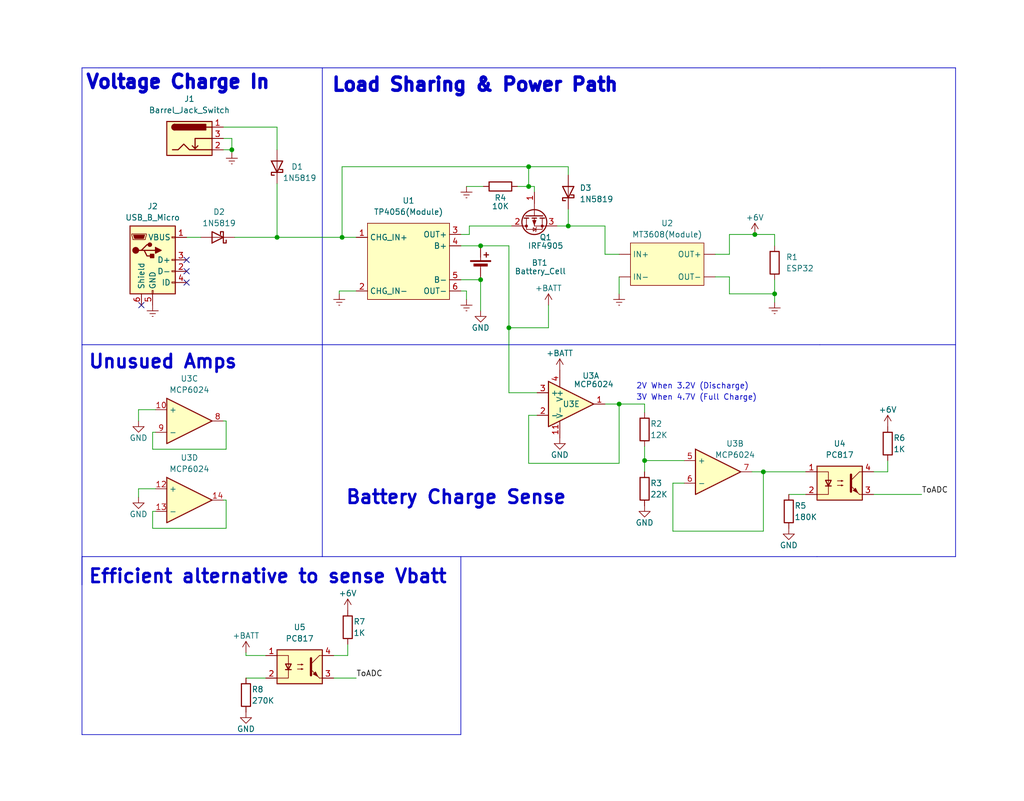
<source format=kicad_sch>
(kicad_sch (version 20230121) (generator eeschema)
  (paper "User" 229.997 180.01)
  (title_block (title "Power Mangment for ESP32") (date "2023-11-02") (rev "A1") (company "Pedro Rojo") (comment 1 "ITM"))
  (lib_symbols
    (symbol "Connector:Barrel_Jack_Switch" (pin_names hide)
      (property "Reference" "J" (at 0 5.334 0))
      (property "Value" "Barrel_Jack_Switch" (at 0 -5.08 0))
      (symbol "Barrel_Jack_Switch_0_1"
        (rectangle (start -5.08 3.81) (end 5.08 -3.81) (stroke (width 0.254)) (fill (type background)))
        (arc (start -3.302 3.175) (mid -3.9343 2.54) (end -3.302 1.905) (stroke (width 0.254)))
        (arc (start -3.302 3.175) (mid -3.9343 2.54) (end -3.302 1.905) (stroke (width 0.254)) (fill (type outline)))
        (polyline (pts (xy 1.27 -2.286) (xy 1.905 -1.651)) (stroke (width 0.254)))
        (polyline (pts (xy 5.08 2.54) (xy 3.81 2.54)) (stroke (width 0.254)))
        (polyline (pts (xy 5.08 0) (xy 1.27 0) (xy 1.27 -2.286) (xy 0.635 -1.651)) (stroke (width 0.254)))
        (polyline (pts (xy -3.81 -2.54) (xy -2.54 -2.54) (xy -1.27 -1.27) (xy 0 -2.54) (xy 2.54 -2.54) (xy 5.08 -2.54)) (stroke (width 0.254)))
        (rectangle (start 3.683 3.175) (end -3.302 1.905) (stroke (width 0.254)) (fill (type outline)))
      )
      (symbol "Barrel_Jack_Switch_1_1"
        (pin passive line (at 7.62 2.54 180) (length 2.54) (name "~") (number "1"))
        (pin passive line (at 7.62 -2.54 180) (length 2.54) (name "~") (number "2"))
        (pin passive line (at 7.62 0 180) (length 2.54) (name "~") (number "3"))
      )
    )
    (symbol "Connector:USB_B_Micro" (pin_names (offset 1.016))
      (property "Reference" "J" (at -5.08 11.43 0))
      (property "Value" "USB_B_Micro" (at -5.08 8.89 0))
      (symbol "USB_B_Micro_0_1"
        (rectangle (start -5.08 -7.62) (end 5.08 7.62) (stroke (width 0.254)) (fill (type background)))
        (circle (center -3.81 2.159) (radius 0.635) (stroke (width 0.254)) (fill (type outline)))
        (circle (center -0.635 3.429) (radius 0.381) (stroke (width 0.254)) (fill (type outline)))
        (rectangle (start -0.127 -7.62) (end 0.127 -6.858))
        (polyline (pts (xy -1.905 2.159) (xy 0.635 2.159)) (stroke (width 0.254)))
        (polyline (pts (xy -3.175 2.159) (xy -2.54 2.159) (xy -1.27 3.429) (xy -0.635 3.429)) (stroke (width 0.254)))
        (polyline (pts (xy -2.54 2.159) (xy -1.905 2.159) (xy -1.27 0.889) (xy 0 0.889)) (stroke (width 0.254)))
        (polyline (pts (xy 0.635 2.794) (xy 0.635 1.524) (xy 1.905 2.159) (xy 0.635 2.794)) (stroke (width 0.254)) (fill (type outline)))
        (polyline (pts (xy -4.318 5.588) (xy -1.778 5.588) (xy -2.032 4.826) (xy -4.064 4.826) (xy -4.318 5.588)) (fill (type outline)))
        (polyline (pts (xy -4.699 5.842) (xy -4.699 5.588) (xy -4.445 4.826) (xy -4.445 4.572) (xy -1.651 4.572) (xy -1.651 4.826) (xy -1.397 5.588) (xy -1.397 5.842) (xy -4.699 5.842)))
        (rectangle (start 0.254 1.27) (end -0.508 0.508) (stroke (width 0.254)) (fill (type outline)))
        (rectangle (start 5.08 -5.207) (end 4.318 -4.953))
        (rectangle (start 5.08 -2.667) (end 4.318 -2.413))
        (rectangle (start 5.08 -0.127) (end 4.318 0.127))
        (rectangle (start 5.08 4.953) (end 4.318 5.207))
      )
      (symbol "USB_B_Micro_1_1"
        (pin power_out line (at 7.62 5.08 180) (length 2.54) (name "VBUS") (number "1"))
        (pin bidirectional line (at 7.62 -2.54 180) (length 2.54) (name "D-") (number "2"))
        (pin bidirectional line (at 7.62 0 180) (length 2.54) (name "D+") (number "3"))
        (pin passive line (at 7.62 -5.08 180) (length 2.54) (name "ID") (number "4"))
        (pin power_out line (at 0 -10.16 90) (length 2.54) (name "GND") (number "5"))
        (pin passive line (at -2.54 -10.16 90) (length 2.54) (name "Shield") (number "6"))
      )
    )
    (symbol "Device:Battery_Cell" (pin_numbers hide) (pin_names (offset 0) hide)
      (property "Reference" "BT" (at 2.54 2.54 0))
      (property "Value" "Battery_Cell" (at 2.54 0 0))
      (symbol "Battery_Cell_0_1"
        (rectangle (start -2.286 1.778) (end 2.286 1.524) (fill (type outline)))
        (rectangle (start -1.524 1.016) (end 1.524 0.508) (fill (type outline)))
        (polyline (pts (xy 0 0.762) (xy 0 0)))
        (polyline (pts (xy 0 1.778) (xy 0 2.54)))
        (polyline (pts (xy 0.762 3.048) (xy 1.778 3.048)) (stroke (width 0.254)))
        (polyline (pts (xy 1.27 3.556) (xy 1.27 2.54)) (stroke (width 0.254)))
      )
      (symbol "Battery_Cell_1_1"
        (pin passive line (at 0 5.08 270) (length 2.54) (name "+") (number "1"))
        (pin passive line (at 0 -2.54 90) (length 2.54) (name "-") (number "2"))
      )
    )
    (symbol "Device:Opamp_Quad"
      (property "Reference" "U" (at 0 5.08 0))
      (property "Value" "Opamp_Quad" (at 0 -5.08 0))
      (symbol "Opamp_Quad_1_1"
        (polyline (pts (xy -5.08 5.08) (xy 5.08 0) (xy -5.08 -5.08) (xy -5.08 5.08)) (stroke (width 0.254)) (fill (type background)))
        (pin output line (at 7.62 0 180) (length 2.54) (name "~") (number "1"))
        (pin input line (at -7.62 -2.54 0) (length 2.54) (name "-") (number "2"))
        (pin input line (at -7.62 2.54 0) (length 2.54) (name "+") (number "3"))
      )
      (symbol "Opamp_Quad_2_1"
        (polyline (pts (xy -5.08 5.08) (xy 5.08 0) (xy -5.08 -5.08) (xy -5.08 5.08)) (stroke (width 0.254)) (fill (type background)))
        (pin input line (at -7.62 2.54 0) (length 2.54) (name "+") (number "5"))
        (pin input line (at -7.62 -2.54 0) (length 2.54) (name "-") (number "6"))
        (pin output line (at 7.62 0 180) (length 2.54) (name "~") (number "7"))
      )
      (symbol "Opamp_Quad_3_1"
        (polyline (pts (xy -5.08 5.08) (xy 5.08 0) (xy -5.08 -5.08) (xy -5.08 5.08)) (stroke (width 0.254)) (fill (type background)))
        (pin input line (at -7.62 2.54 0) (length 2.54) (name "+") (number "10"))
        (pin output line (at 7.62 0 180) (length 2.54) (name "~") (number "8"))
        (pin input line (at -7.62 -2.54 0) (length 2.54) (name "-") (number "9"))
      )
      (symbol "Opamp_Quad_4_1"
        (polyline (pts (xy -5.08 5.08) (xy 5.08 0) (xy -5.08 -5.08) (xy -5.08 5.08)) (stroke (width 0.254)) (fill (type background)))
        (pin input line (at -7.62 2.54 0) (length 2.54) (name "+") (number "12"))
        (pin input line (at -7.62 -2.54 0) (length 2.54) (name "-") (number "13"))
        (pin output line (at 7.62 0 180) (length 2.54) (name "~") (number "14"))
      )
      (symbol "Opamp_Quad_5_1"
        (pin power_in line (at -2.54 -7.62 90) (length 3.81) (name "V-") (number "11"))
        (pin power_in line (at -2.54 7.62 270) (length 3.81) (name "V+") (number "4"))
      )
    )
    (symbol "Device:R" (pin_numbers hide) (pin_names (offset 0))
      (property "Reference" "R" (at 2.032 0 90))
      (property "Value" "R" (at 0 0 90))
      (symbol "R_0_1"
        (rectangle (start -1.016 -2.54) (end 1.016 2.54) (stroke (width 0.254)))
      )
      (symbol "R_1_1"
        (pin passive line (at 0 3.81 270) (length 1.27) (name "~") (number "1"))
        (pin passive line (at 0 -3.81 90) (length 1.27) (name "~") (number "2"))
      )
    )
    (symbol "Diode:1N5819" (pin_numbers hide) (pin_names (offset 1.016) hide)
      (property "Reference" "D" (at 0 2.54 0))
      (property "Value" "1N5819" (at 0 -2.54 0))
      (symbol "1N5819_0_1"
        (polyline (pts (xy 1.27 0) (xy -1.27 0)))
        (polyline (pts (xy 1.27 1.27) (xy 1.27 -1.27) (xy -1.27 0) (xy 1.27 1.27)) (stroke (width 0.254)))
        (polyline (pts (xy -1.905 0.635) (xy -1.905 1.27) (xy -1.27 1.27) (xy -1.27 -1.27) (xy -0.635 -1.27) (xy -0.635 -0.635)) (stroke (width 0.254)))
      )
      (symbol "1N5819_1_1"
        (pin passive line (at -3.81 0 0) (length 2.54) (name "K") (number "1"))
        (pin passive line (at 3.81 0 180) (length 2.54) (name "A") (number "2"))
      )
    )
    (symbol "Isolator:PC817" (pin_names (offset 1.016))
      (property "Reference" "U" (at -5.08 5.08 0))
      (property "Value" "PC817" (at 0 5.08 0))
      (symbol "PC817_0_1"
        (rectangle (start -5.08 3.81) (end 5.08 -3.81) (stroke (width 0.254)) (fill (type background)))
        (polyline (pts (xy -3.175 -0.635) (xy -1.905 -0.635)) (stroke (width 0.254)))
        (polyline (pts (xy 2.54 0.635) (xy 4.445 2.54)))
        (polyline (pts (xy 4.445 -2.54) (xy 2.54 -0.635)) (fill (type outline)))
        (polyline (pts (xy 4.445 -2.54) (xy 5.08 -2.54)))
        (polyline (pts (xy 4.445 2.54) (xy 5.08 2.54)))
        (polyline (pts (xy -5.08 2.54) (xy -2.54 2.54) (xy -2.54 -0.635)))
        (polyline (pts (xy -2.54 -0.635) (xy -2.54 -2.54) (xy -5.08 -2.54)))
        (polyline (pts (xy 2.54 1.905) (xy 2.54 -1.905) (xy 2.54 -1.905)) (stroke (width 0.508)))
        (polyline (pts (xy -2.54 -0.635) (xy -3.175 0.635) (xy -1.905 0.635) (xy -2.54 -0.635)) (stroke (width 0.254)))
        (polyline (pts (xy -0.508 -0.508) (xy 0.762 -0.508) (xy 0.381 -0.635) (xy 0.381 -0.381) (xy 0.762 -0.508)))
        (polyline (pts (xy -0.508 0.508) (xy 0.762 0.508) (xy 0.381 0.381) (xy 0.381 0.635) (xy 0.762 0.508)))
        (polyline (pts (xy 3.048 -1.651) (xy 3.556 -1.143) (xy 4.064 -2.159) (xy 3.048 -1.651) (xy 3.048 -1.651)) (fill (type outline)))
      )
      (symbol "PC817_1_1"
        (pin passive line (at -7.62 2.54 0) (length 2.54) (name "~") (number "1"))
        (pin passive line (at -7.62 -2.54 0) (length 2.54) (name "~") (number "2"))
        (pin passive line (at 7.62 -2.54 180) (length 2.54) (name "~") (number "3"))
        (pin passive line (at 7.62 2.54 180) (length 2.54) (name "~") (number "4"))
      )
    )
    (symbol "Modulos:MT3608(Module)"
      (property "Reference" "U" (at 0 8.89 0))
      (property "Value" "MT3608(Module)" (at 0.635 6.35 0))
      (symbol "MT3608(Module)_1_1"
        (rectangle (start -8.255 4.445) (end 8.255 -5.08) (fill (type background)))
        (pin power_in line (at -10.795 1.905 0) (length 2.54) (name "IN+") (number ""))
        (pin power_in line (at -10.795 -3.175 0) (length 2.54) (name "IN-") (number ""))
        (pin power_in line (at 10.795 1.905 180) (length 2.54) (name "OUT+") (number ""))
        (pin power_in line (at 10.795 -3.175 180) (length 2.54) (name "OUT-") (number ""))
      )
    )
    (symbol "Modulos:TP4056(Module)"
      (property "Reference" "U" (at 0 12.7 0))
      (property "Value" "TP4056(Module)" (at -0.635 10.16 0))
      (symbol "TP4056(Module)_1_1"
        (rectangle (start -9.525 8.89) (end 8.89 -8.255) (fill (type background)))
        (pin power_in line (at -12.065 5.715 0) (length 2.54) (name "CHG_IN+") (number "1"))
        (pin power_in line (at -12.065 -6.35 0) (length 2.54) (name "CHG_IN-") (number "2"))
        (pin power_out line (at 11.43 6.35 180) (length 2.54) (name "OUT+") (number "3"))
        (pin power_in line (at 11.43 3.81 180) (length 2.54) (name "B+") (number "4"))
        (pin power_in line (at 11.43 -3.81 180) (length 2.54) (name "B-") (number "5"))
        (pin power_out line (at 11.43 -6.35 180) (length 2.54) (name "OUT-") (number "6"))
      )
    )
    (symbol "Transistor_FET:IRF4905" (pin_names hide)
      (property "Reference" "Q" (at 5.08 1.905 0))
      (property "Value" "IRF4905" (at 5.08 0 0))
      (symbol "IRF4905_0_1"
        (polyline (pts (xy 0.254 0) (xy -2.54 0)))
        (polyline (pts (xy 0.254 1.905) (xy 0.254 -1.905)) (stroke (width 0.254)))
        (polyline (pts (xy 0.762 -1.27) (xy 0.762 -2.286)) (stroke (width 0.254)))
        (polyline (pts (xy 0.762 0.508) (xy 0.762 -0.508)) (stroke (width 0.254)))
        (polyline (pts (xy 0.762 2.286) (xy 0.762 1.27)) (stroke (width 0.254)))
        (polyline (pts (xy 2.54 2.54) (xy 2.54 1.778)))
        (polyline (pts (xy 2.54 -2.54) (xy 2.54 0) (xy 0.762 0)))
        (polyline (pts (xy 0.762 1.778) (xy 3.302 1.778) (xy 3.302 -1.778) (xy 0.762 -1.778)))
        (polyline (pts (xy 2.286 0) (xy 1.27 0.381) (xy 1.27 -0.381) (xy 2.286 0)) (fill (type outline)))
        (polyline (pts (xy 2.794 -0.508) (xy 2.921 -0.381) (xy 3.683 -0.381) (xy 3.81 -0.254)))
        (polyline (pts (xy 3.302 -0.381) (xy 2.921 0.254) (xy 3.683 0.254) (xy 3.302 -0.381)))
        (circle (center 1.651 0) (radius 2.794) (stroke (width 0.254)))
        (circle (center 2.54 -1.778) (radius 0.254) (fill (type outline)))
        (circle (center 2.54 1.778) (radius 0.254) (fill (type outline)))
      )
      (symbol "IRF4905_1_1"
        (pin input line (at -5.08 0 0) (length 2.54) (name "G") (number "1"))
        (pin passive line (at 2.54 5.08 270) (length 2.54) (name "D") (number "2"))
        (pin passive line (at 2.54 -5.08 90) (length 2.54) (name "S") (number "3"))
      )
    )
    (symbol "power:+6V" (power) (pin_names (offset 0))
      (property "Value" "+6V" (at 0 3.556 0))
      (symbol "+6V_0_1"
        (polyline (pts (xy -0.762 1.27) (xy 0 2.54)))
        (polyline (pts (xy 0 0) (xy 0 2.54)))
        (polyline (pts (xy 0 2.54) (xy 0.762 1.27)))
      )
      (symbol "+6V_1_1"
        (pin power_in line (at 0 0 90) (length 0) hide (name "+6V") (number "1"))
      )
    )
    (symbol "power:+BATT" (power) (pin_names (offset 0))
      (property "Value" "+BATT" (at 0 3.556 0))
      (symbol "+BATT_0_1"
        (polyline (pts (xy -0.762 1.27) (xy 0 2.54)))
        (polyline (pts (xy 0 0) (xy 0 2.54)))
        (polyline (pts (xy 0 2.54) (xy 0.762 1.27)))
      )
      (symbol "+BATT_1_1"
        (pin power_in line (at 0 0 90) (length 0) hide (name "+BATT") (number "1"))
      )
    )
    (symbol "power:Earth" (power) (pin_names (offset 0))
      (symbol "Earth_0_1"
        (polyline (pts (xy -0.635 -1.905) (xy 0.635 -1.905)))
        (polyline (pts (xy -0.127 -2.54) (xy 0.127 -2.54)))
        (polyline (pts (xy 0 -1.27) (xy 0 0)))
        (polyline (pts (xy 1.27 -1.27) (xy -1.27 -1.27)))
      )
      (symbol "Earth_1_1"
        (pin power_in line (at 0 0 270) (length 0) hide (name "Earth") (number "1"))
      )
    )
    (symbol "power:GND" (power) (pin_names (offset 0))
      (property "Value" "GND" (at 0 -3.81 0))
      (symbol "GND_0_1"
        (polyline (pts (xy 0 0) (xy 0 -1.27) (xy 1.27 -1.27) (xy 0 -2.54) (xy -1.27 -1.27) (xy 0 -1.27)))
      )
      (symbol "GND_1_1"
        (pin power_in line (at 0 0 270) (length 0) hide (name "GND") (number "1"))
      )
    )
  )
  (junction (at 139.065 90.805))
  (junction (at 107.95 62.865))
  (junction (at 173.99 66.04))
  (junction (at 169.545 52.705))
  (junction (at 171.45 106.045))
  (junction (at 76.835 53.34))
  (junction (at 118.745 41.91))
  (junction (at 144.78 103.505))
  (junction (at 118.745 37.465))
  (junction (at 107.95 55.245))
  (junction (at 127.635 50.8))
  (junction (at 114.3 73.66))
  (junction (at 52.07 33.655))
  (junction (at 62.23 53.34))
  (no_connect (at 41.91 58.42))
  (no_connect (at 31.75 68.58))
  (no_connect (at 41.91 60.96))
  (no_connect (at 41.91 63.5))
  (wire (pts (xy 151.13 108.585) (xy 151.13 119.38)))
  (wire (pts (xy 127.635 37.465) (xy 118.745 37.465)))
  (wire (pts (xy 107.95 69.85) (xy 107.95 62.865)))
  (polyline (pts (xy 72.39 125.095) (xy 183.515 125.095)))
  (wire (pts (xy 118.745 37.465) (xy 118.745 41.91)))
  (wire (pts (xy 144.78 92.71) (xy 144.78 90.805)))
  (wire (pts (xy 41.91 53.34) (xy 45.085 53.34)))
  (wire (pts (xy 34.29 100.965) (xy 50.8 100.965)))
  (polyline (pts (xy 18.415 125.095) (xy 72.39 125.095)))
  (wire (pts (xy 163.83 57.15) (xy 163.83 52.705)))
  (wire (pts (xy 55.245 147.32) (xy 55.245 146.685)))
  (wire (pts (xy 177.165 111.125) (xy 180.975 111.125)))
  (wire (pts (xy 50.8 94.615) (xy 50.165 94.615)))
  (wire (pts (xy 135.89 57.15) (xy 135.89 50.8)))
  (wire (pts (xy 144.78 103.505) (xy 153.67 103.505)))
  (wire (pts (xy 171.45 119.38) (xy 171.45 106.045)))
  (wire (pts (xy 139.065 66.04) (xy 139.065 62.23)))
  (wire (pts (xy 160.655 62.23) (xy 163.83 62.23)))
  (polyline (pts (xy 72.39 77.47) (xy 18.415 77.47)))
  (wire (pts (xy 34.29 97.155) (xy 34.925 97.155)))
  (wire (pts (xy 151.13 119.38) (xy 171.45 119.38)))
  (wire (pts (xy 135.89 50.8) (xy 127.635 50.8)))
  (wire (pts (xy 171.45 106.045) (xy 180.975 106.045)))
  (wire (pts (xy 31.115 109.855) (xy 31.115 111.76)))
  (wire (pts (xy 120.015 43.18) (xy 120.015 41.91)))
  (wire (pts (xy 62.23 41.275) (xy 62.23 53.34)))
  (wire (pts (xy 76.835 37.465) (xy 118.745 37.465)))
  (wire (pts (xy 163.83 62.23) (xy 163.83 66.04)))
  (wire (pts (xy 103.505 62.865) (xy 107.95 62.865)))
  (wire (pts (xy 196.215 106.045) (xy 199.39 106.045)))
  (wire (pts (xy 50.165 28.575) (xy 62.23 28.575)))
  (wire (pts (xy 173.99 52.705) (xy 173.99 55.245)))
  (wire (pts (xy 114.3 73.66) (xy 123.19 73.66)))
  (wire (pts (xy 127.635 46.99) (xy 127.635 50.8)))
  (wire (pts (xy 123.19 68.58) (xy 123.19 73.66)))
  (wire (pts (xy 103.505 55.245) (xy 107.95 55.245)))
  (wire (pts (xy 114.3 55.245) (xy 107.95 55.245)))
  (polyline (pts (xy 214.63 15.24) (xy 214.63 125.095)))
  (wire (pts (xy 153.67 108.585) (xy 151.13 108.585)))
  (wire (pts (xy 34.29 97.155) (xy 34.29 100.965)))
  (wire (pts (xy 120.65 93.345) (xy 118.745 93.345)))
  (wire (pts (xy 120.015 41.91) (xy 118.745 41.91)))
  (wire (pts (xy 144.78 90.805) (xy 139.065 90.805)))
  (wire (pts (xy 52.07 34.29) (xy 52.07 33.655)))
  (wire (pts (xy 78.105 147.32) (xy 78.105 144.78)))
  (wire (pts (xy 114.3 73.66) (xy 114.3 88.265)))
  (wire (pts (xy 80.01 65.405) (xy 76.2 65.405)))
  (wire (pts (xy 173.99 66.04) (xy 173.99 62.865)))
  (wire (pts (xy 118.745 41.91) (xy 116.205 41.91)))
  (wire (pts (xy 34.925 92.075) (xy 31.115 92.075)))
  (wire (pts (xy 50.165 31.115) (xy 52.07 31.115)))
  (wire (pts (xy 103.505 65.405) (xy 104.775 65.405)))
  (polyline (pts (xy 18.415 165.1) (xy 18.415 125.095)))
  (wire (pts (xy 127.635 37.465) (xy 127.635 39.37)))
  (wire (pts (xy 50.8 112.395) (xy 50.165 112.395)))
  (polyline (pts (xy 184.15 15.24) (xy 214.63 15.24)))
  (wire (pts (xy 34.925 109.855) (xy 31.115 109.855)))
  (wire (pts (xy 74.93 147.32) (xy 78.105 147.32)))
  (wire (pts (xy 34.925 114.935) (xy 34.29 114.935)))
  (wire (pts (xy 59.69 147.32) (xy 55.245 147.32)))
  (wire (pts (xy 173.99 67.945) (xy 173.99 66.04)))
  (wire (pts (xy 114.935 50.8) (xy 105.41 50.8)))
  (wire (pts (xy 76.835 53.34) (xy 80.01 53.34)))
  (polyline (pts (xy 22.225 15.24) (xy 72.39 15.24)))
  (wire (pts (xy 76.835 53.34) (xy 76.835 37.465)))
  (wire (pts (xy 114.3 88.265) (xy 120.65 88.265)))
  (wire (pts (xy 34.29 118.745) (xy 50.8 118.745)))
  (polyline (pts (xy 72.39 15.24) (xy 184.15 15.24)))
  (wire (pts (xy 169.545 52.705) (xy 173.99 52.705)))
  (wire (pts (xy 139.065 104.14) (xy 139.065 90.805)))
  (wire (pts (xy 105.41 50.8) (xy 105.41 52.705)))
  (wire (pts (xy 144.78 103.505) (xy 144.78 106.045)))
  (wire (pts (xy 144.78 100.33) (xy 144.78 103.505)))
  (polyline (pts (xy 103.505 125.095) (xy 103.505 165.1)))
  (wire (pts (xy 50.8 118.745) (xy 50.8 112.395)))
  (wire (pts (xy 139.065 57.15) (xy 135.89 57.15)))
  (polyline (pts (xy 184.15 77.47) (xy 214.63 77.47)))
  (wire (pts (xy 163.83 52.705) (xy 169.545 52.705)))
  (wire (pts (xy 160.655 57.15) (xy 163.83 57.15)))
  (wire (pts (xy 118.745 104.14) (xy 139.065 104.14)))
  (wire (pts (xy 104.775 41.91) (xy 108.585 41.91)))
  (wire (pts (xy 74.93 152.4) (xy 80.01 152.4)))
  (wire (pts (xy 50.8 100.965) (xy 50.8 94.615)))
  (wire (pts (xy 127.635 50.8) (xy 125.095 50.8)))
  (wire (pts (xy 34.29 114.935) (xy 34.29 118.745)))
  (wire (pts (xy 55.245 152.4) (xy 59.69 152.4)))
  (polyline (pts (xy 18.415 15.24) (xy 22.225 15.24)))
  (polyline (pts (xy 72.39 15.24) (xy 72.39 77.47)))
  (wire (pts (xy 52.07 31.115) (xy 52.07 33.655)))
  (wire (pts (xy 171.45 106.045) (xy 168.91 106.045)))
  (polyline (pts (xy 72.39 77.47) (xy 72.39 125.095)))
  (wire (pts (xy 104.775 67.31) (xy 104.775 65.405)))
  (wire (pts (xy 199.39 106.045) (xy 199.39 103.505)))
  (wire (pts (xy 196.215 111.125) (xy 207.01 111.125)))
  (wire (pts (xy 76.2 65.405) (xy 76.2 66.04)))
  (polyline (pts (xy 103.505 165.1) (xy 18.415 165.1)))
  (wire (pts (xy 163.83 66.04) (xy 173.99 66.04)))
  (wire (pts (xy 62.23 28.575) (xy 62.23 33.655)))
  (polyline (pts (xy 184.15 77.47) (xy 72.39 77.47)))
  (wire (pts (xy 31.115 92.075) (xy 31.115 94.615)))
  (wire (pts (xy 62.23 53.34) (xy 76.835 53.34)))
  (wire (pts (xy 52.705 53.34) (xy 62.23 53.34)))
  (polyline (pts (xy 18.415 77.47) (xy 18.415 15.24)))
  (wire (pts (xy 139.065 90.805) (xy 135.89 90.805)))
  (wire (pts (xy 105.41 52.705) (xy 103.505 52.705)))
  (wire (pts (xy 114.3 55.245) (xy 114.3 73.66)))
  (wire (pts (xy 118.745 93.345) (xy 118.745 104.14)))
  (polyline (pts (xy 18.415 77.47) (xy 18.415 131.445)))
  (polyline (pts (xy 214.63 125.095) (xy 183.515 125.095)))
  (wire (pts (xy 52.07 33.655) (xy 50.165 33.655)))
  (text "3V When 4.7V (Full Charge)" (at 142.875 90.17 0) (effects (font (size 1.27 1.27)) (justify left bottom)))
  (text "Load Sharing & Power Path" (at 74.295 20.955 0) (effects (font (size 3 3) (thickness 1) bold) (justify left bottom)))
  (text "2V When 3.2V (Discharge)" (at 142.875 87.63 0) (effects (font (size 1.27 1.27)) (justify left bottom)))
  (text "Unusued Amps" (at 19.685 83.185 0) (effects (font (size 3 3) (thickness 0.6) bold) (justify left bottom)))
  (text "Efficient alternative to sense Vbatt" (at 19.685 131.445 0) (effects (font (size 3 3) (thickness 0.6) bold) (justify left bottom)))
  (text "Battery Charge Sense" (at 77.47 113.665 0) (effects (font (size 3 3) (thickness 0.6) bold) (justify left bottom)))
  (text "Voltage Charge In" (at 19.05 20.32 0) (effects (font (size 3 3) (thickness 0.8) bold) (justify left bottom)))
  (label "ToADC" (at 80.01 152.4 0))
  (label "ToADC" (at 207.01 111.125 0))
  (symbol (lib_id "Diode:1N5819") (at 127.635 43.18 90) (unit 1)
    (property "Reference" "D3" (at 130.175 42.2275 90) (effects (justify right)))
    (property "Value" "1N5819" (at 130.175 44.7675 90) (effects (justify right)))
    (property "Footprint" "Diode_THT:D_DO-41_SOD81_P10.16mm_Horizontal" (effects hide))
    (property "Datasheet" "http://www.vishay.com/docs/88525/1n5817.pdf" (effects hide))
  )
  (symbol (lib_id "power:Earth") (at 76.2 66.04 0) (unit 1)
    (property "Reference" "#PWR02" (effects hide))
    (property "Value" "Earth" (effects hide))
  )
  (symbol (lib_id "Device:R") (at 55.245 156.21 0) (unit 1)
    (property "Reference" "R8" (at 56.515 154.94 0) (effects (justify left)))
    (property "Value" "270K" (at 56.515 157.48 0) (effects (justify left)))
  )
  (symbol (lib_id "power:GND") (at 55.245 160.02 0) (unit 1)
    (property "Reference" "#PWR020" (effects hide))
    (property "Value" "GND" (at 55.245 163.83 0))
  )
  (symbol (lib_id "Isolator:PC817") (at 67.31 149.86 0) (unit 1)
    (property "Reference" "U5" (at 67.31 140.97 0))
    (property "Value" "PC817" (at 67.31 143.51 0))
    (property "Footprint" "Package_DIP:DIP-4_W7.62mm" (effects hide))
    (property "Datasheet" "http://www.soselectronic.cz/a_info/resource/d/pc817.pdf" (effects hide))
  )
  (symbol (lib_id "Diode:1N5819") (at 48.895 53.34 180) (unit 1)
    (property "Reference" "D2" (at 49.2125 47.625 0))
    (property "Value" "1N5819" (at 49.2125 50.165 0))
    (property "Footprint" "Diode_THT:D_DO-41_SOD81_P10.16mm_Horizontal" (effects hide))
    (property "Datasheet" "http://www.vishay.com/docs/88525/1n5817.pdf" (effects hide))
  )
  (symbol (lib_id "Device:R") (at 177.165 114.935 0) (unit 1)
    (property "Reference" "R5" (at 178.435 113.665 0) (effects (justify left)))
    (property "Value" "180K" (at 178.435 116.205 0) (effects (justify left)))
  )
  (symbol (lib_id "power:GND") (at 125.73 98.425 0) (unit 1)
    (property "Reference" "#PWR010" (effects hide))
    (property "Value" "GND" (at 125.73 102.235 0))
  )
  (symbol (lib_id "Device:Opamp_Quad") (at 161.29 106.045 0) (unit 2)
    (property "Reference" "U3" (at 165.1 99.695 0))
    (property "Value" "MCP6024" (at 165.1 102.235 0))
  )
  (symbol (lib_id "Device:R") (at 199.39 99.695 0) (unit 1)
    (property "Reference" "R6" (at 200.66 98.425 0) (effects (justify left)))
    (property "Value" "1K" (at 200.66 100.965 0) (effects (justify left)))
  )
  (symbol (lib_id "power:+BATT") (at 123.19 68.58 0) (unit 1)
    (property "Reference" "#PWR09" (effects hide))
    (property "Value" "+BATT" (at 123.19 64.77 0))
  )
  (symbol (lib_id "power:Earth") (at 34.29 68.58 0) (unit 1)
    (property "Reference" "#PWR01" (effects hide))
    (property "Value" "Earth" (effects hide))
  )
  (symbol (lib_id "power:GND") (at 107.95 69.85 0) (unit 1)
    (property "Reference" "#PWR06" (effects hide))
    (property "Value" "GND" (at 107.95 73.66 0))
  )
  (symbol (lib_id "power:Earth") (at 104.775 41.91 0) (unit 1)
    (property "Reference" "#PWR012" (effects hide))
    (property "Value" "Earth" (effects hide))
  )
  (symbol (lib_id "power:+BATT") (at 125.73 83.185 0) (unit 1)
    (property "Reference" "#PWR011" (effects hide))
    (property "Value" "+BATT" (at 125.73 79.375 0))
  )
  (symbol (lib_id "power:Earth") (at 173.99 67.945 0) (unit 1)
    (property "Reference" "#PWR08" (effects hide))
    (property "Value" "Earth" (effects hide))
  )
  (symbol (lib_id "Connector:USB_B_Micro") (at 34.29 58.42 0) (unit 1)
    (property "Reference" "J2" (at 34.29 46.355 0))
    (property "Value" "USB_B_Micro" (at 34.29 48.895 0))
  )
  (symbol (lib_id "Device:Opamp_Quad") (at 128.27 90.805 0) (unit 5)
    (property "Reference" "U3" (at 126.365 90.805 0) (effects (justify left)))
    (property "Value" "MCP6024" (effects hide))
  )
  (symbol (lib_id "power:+BATT") (at 55.245 146.685 0) (unit 1)
    (property "Reference" "#PWR018" (effects hide))
    (property "Value" "+BATT" (at 55.245 142.875 0))
  )
  (symbol (lib_id "power:+6V") (at 169.545 52.705 0) (unit 1)
    (property "Reference" "#PWR016" (effects hide))
    (property "Value" "+6V" (at 169.545 48.895 0))
  )
  (symbol (lib_id "power:GND") (at 144.78 113.665 0) (unit 1)
    (property "Reference" "#PWR07" (effects hide))
    (property "Value" "GND" (at 144.78 117.475 0))
  )
  (symbol (lib_id "power:GND") (at 177.165 118.745 0) (unit 1)
    (property "Reference" "#PWR015" (effects hide))
    (property "Value" "GND" (at 177.165 122.555 0))
  )
  (symbol (lib_id "Isolator:PC817") (at 188.595 108.585 0) (unit 1)
    (property "Reference" "U4" (at 188.595 99.695 0))
    (property "Value" "PC817" (at 188.595 102.235 0))
    (property "Footprint" "Package_DIP:DIP-4_W7.62mm" (effects hide))
    (property "Datasheet" "http://www.soselectronic.cz/a_info/resource/d/pc817.pdf" (effects hide))
  )
  (symbol (lib_id "Device:R") (at 78.105 140.97 0) (unit 1)
    (property "Reference" "R7" (at 79.375 139.7 0) (effects (justify left)))
    (property "Value" "1K" (at 79.375 142.24 0) (effects (justify left)))
  )
  (symbol (lib_id "power:Earth") (at 139.065 66.04 0) (unit 1)
    (property "Reference" "#PWR05" (effects hide))
    (property "Value" "Earth" (effects hide))
  )
  (symbol (lib_id "power:+6V") (at 199.39 95.885 0) (unit 1)
    (property "Reference" "#PWR017" (effects hide))
    (property "Value" "+6V" (at 199.39 92.075 0))
  )
  (symbol (lib_id "Device:Opamp_Quad") (at 42.545 112.395 0) (unit 4)
    (property "Reference" "U3" (at 42.545 102.87 0))
    (property "Value" "MCP6024" (at 42.545 105.41 0))
  )
  (symbol (lib_id "Device:Opamp_Quad") (at 128.27 90.805 0) (unit 1)
    (property "Reference" "U3" (at 132.715 84.455 0))
    (property "Value" "MCP6024" (at 133.35 86.36 0))
  )
  (symbol (lib_id "Device:R") (at 144.78 96.52 0) (unit 1)
    (property "Reference" "R2" (at 146.05 95.25 0) (effects (justify left)))
    (property "Value" "12K" (at 146.05 97.79 0) (effects (justify left)))
  )
  (symbol (lib_id "power:GND") (at 31.115 111.76 0) (unit 1)
    (property "Reference" "#PWR014" (effects hide))
    (property "Value" "GND" (at 31.115 115.57 0))
  )
  (symbol (lib_id "Transistor_FET:IRF4905") (at 120.015 48.26 90) (mirror x) (unit 1)
    (property "Reference" "Q1" (at 122.555 53.34 90))
    (property "Value" "IRF4905" (at 122.555 55.245 90))
    (property "Footprint" "Package_TO_SOT_THT:TO-220-3_Vertical" (effects hide))
    (property "Datasheet" "http://www.infineon.com/dgdl/irf4905.pdf?fileId=5546d462533600a4015355e32165197c" (effects hide))
  )
  (symbol (lib_id "Connector:Barrel_Jack_Switch") (at 42.545 31.115 0) (unit 1)
    (property "Reference" "J1" (at 42.545 22.225 0))
    (property "Value" "Barrel_Jack_Switch" (at 42.545 24.765 0))
  )
  (symbol (lib_id "power:GND") (at 31.115 94.615 0) (unit 1)
    (property "Reference" "#PWR013" (effects hide))
    (property "Value" "GND" (at 31.115 98.425 0))
  )
  (symbol (lib_id "power:+6V") (at 78.105 137.16 0) (unit 1)
    (property "Reference" "#PWR019" (effects hide))
    (property "Value" "+6V" (at 78.105 133.35 0))
  )
  (symbol (lib_id "Modulos:TP4056(Module)") (at 92.075 59.055 0) (unit 1)
    (property "Reference" "U1" (at 91.7575 45.085 0))
    (property "Value" "TP4056(Module)" (at 91.7575 47.625 0))
  )
  (symbol (lib_id "Device:R") (at 173.99 59.055 0) (unit 1)
    (property "Reference" "R1" (at 176.53 57.785 0) (effects (justify left)))
    (property "Value" "ESP32" (at 176.53 60.325 0) (effects (justify left)))
  )
  (symbol (lib_id "Device:R") (at 144.78 109.855 0) (unit 1)
    (property "Reference" "R3" (at 146.05 108.585 0) (effects (justify left)))
    (property "Value" "22K" (at 146.05 111.125 0) (effects (justify left)))
  )
  (symbol (lib_id "power:Earth") (at 52.07 34.29 0) (unit 1)
    (property "Reference" "#PWR03" (effects hide))
    (property "Value" "Earth" (effects hide))
  )
  (symbol (lib_id "Device:Battery_Cell") (at 107.95 60.325 0) (unit 1)
    (property "Reference" "BT1" (at 119.38 59.055 0) (effects (justify left)))
    (property "Value" "Battery_Cell" (at 115.57 60.96 0) (effects (justify left)))
  )
  (symbol (lib_id "Diode:1N5819") (at 62.23 37.465 90) (unit 1)
    (property "Reference" "D1" (at 65.405 37.465 90) (effects (justify right)))
    (property "Value" "1N5819" (at 63.5 40.005 90) (effects (justify right)))
    (property "Footprint" "Diode_THT:D_DO-41_SOD81_P10.16mm_Horizontal" (effects hide))
    (property "Datasheet" "http://www.vishay.com/docs/88525/1n5817.pdf" (effects hide))
  )
  (symbol (lib_id "Modulos:MT3608(Module)") (at 149.86 59.055 0) (unit 1)
    (property "Reference" "U2" (at 149.86 50.165 0))
    (property "Value" "MT3608(Module)" (at 149.86 52.705 0))
  )
  (symbol (lib_id "Device:Opamp_Quad") (at 42.545 94.615 0) (unit 3)
    (property "Reference" "U3" (at 42.545 85.09 0))
    (property "Value" "MCP6024" (at 42.545 87.63 0))
  )
  (symbol (lib_id "Device:R") (at 112.395 41.91 90) (unit 1)
    (property "Reference" "R4" (at 112.395 44.45 90))
    (property "Value" "10K" (at 112.395 46.355 90))
  )
  (symbol (lib_id "power:Earth") (at 104.775 67.31 0) (unit 1)
    (property "Reference" "#PWR04" (effects hide))
    (property "Value" "Earth" (effects hide))
  )
)
</source>
